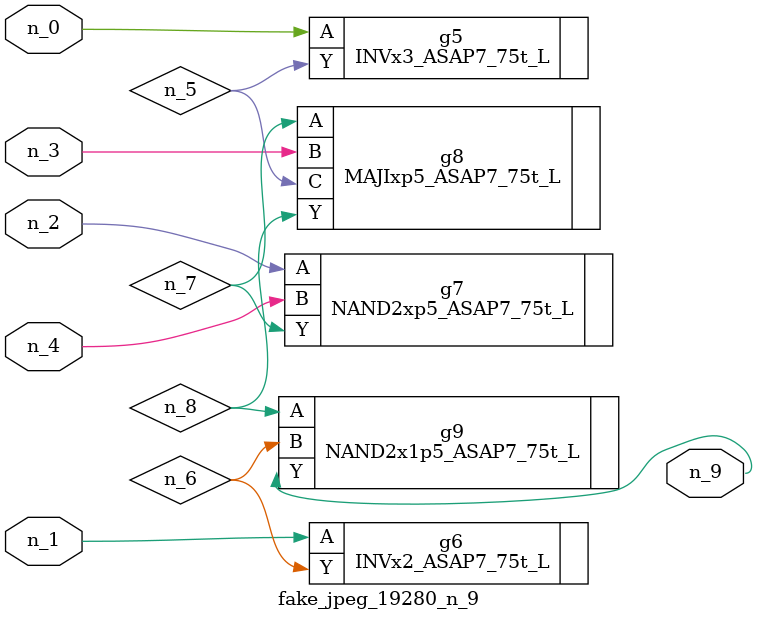
<source format=v>
module fake_jpeg_19280_n_9 (n_3, n_2, n_1, n_0, n_4, n_9);

input n_3;
input n_2;
input n_1;
input n_0;
input n_4;

output n_9;

wire n_8;
wire n_6;
wire n_5;
wire n_7;

INVx3_ASAP7_75t_L g5 ( 
.A(n_0),
.Y(n_5)
);

INVx2_ASAP7_75t_L g6 ( 
.A(n_1),
.Y(n_6)
);

NAND2xp5_ASAP7_75t_L g7 ( 
.A(n_2),
.B(n_4),
.Y(n_7)
);

MAJIxp5_ASAP7_75t_L g8 ( 
.A(n_7),
.B(n_3),
.C(n_5),
.Y(n_8)
);

NAND2x1p5_ASAP7_75t_L g9 ( 
.A(n_8),
.B(n_6),
.Y(n_9)
);


endmodule
</source>
